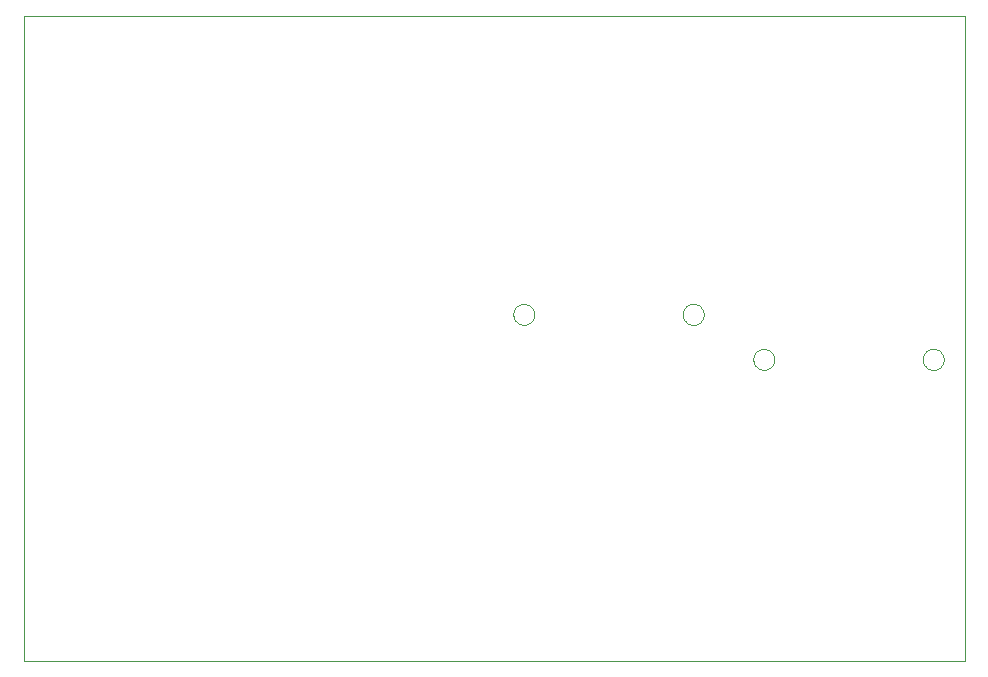
<source format=gko>
G75*
%MOIN*%
%OFA0B0*%
%FSLAX24Y24*%
%IPPOS*%
%LPD*%
%AMOC8*
5,1,8,0,0,1.08239X$1,22.5*
%
%ADD10C,0.0000*%
D10*
X000680Y000680D02*
X000680Y022176D01*
X032050Y022176D01*
X032050Y000680D01*
X000680Y000680D01*
X017005Y012230D02*
X017007Y012267D01*
X017013Y012304D01*
X017023Y012340D01*
X017036Y012375D01*
X017053Y012408D01*
X017074Y012439D01*
X017098Y012467D01*
X017125Y012493D01*
X017154Y012516D01*
X017185Y012536D01*
X017219Y012552D01*
X017254Y012565D01*
X017290Y012574D01*
X017327Y012579D01*
X017364Y012580D01*
X017401Y012577D01*
X017438Y012570D01*
X017474Y012559D01*
X017508Y012545D01*
X017541Y012527D01*
X017571Y012505D01*
X017599Y012481D01*
X017624Y012453D01*
X017647Y012423D01*
X017666Y012391D01*
X017681Y012357D01*
X017693Y012322D01*
X017701Y012286D01*
X017705Y012249D01*
X017705Y012211D01*
X017701Y012174D01*
X017693Y012138D01*
X017681Y012103D01*
X017666Y012069D01*
X017647Y012037D01*
X017624Y012007D01*
X017599Y011979D01*
X017571Y011955D01*
X017541Y011933D01*
X017508Y011915D01*
X017474Y011901D01*
X017438Y011890D01*
X017401Y011883D01*
X017364Y011880D01*
X017327Y011881D01*
X017290Y011886D01*
X017254Y011895D01*
X017219Y011908D01*
X017185Y011924D01*
X017154Y011944D01*
X017125Y011967D01*
X017098Y011993D01*
X017074Y012021D01*
X017053Y012052D01*
X017036Y012085D01*
X017023Y012120D01*
X017013Y012156D01*
X017007Y012193D01*
X017005Y012230D01*
X022655Y012230D02*
X022657Y012267D01*
X022663Y012304D01*
X022673Y012340D01*
X022686Y012375D01*
X022703Y012408D01*
X022724Y012439D01*
X022748Y012467D01*
X022775Y012493D01*
X022804Y012516D01*
X022835Y012536D01*
X022869Y012552D01*
X022904Y012565D01*
X022940Y012574D01*
X022977Y012579D01*
X023014Y012580D01*
X023051Y012577D01*
X023088Y012570D01*
X023124Y012559D01*
X023158Y012545D01*
X023191Y012527D01*
X023221Y012505D01*
X023249Y012481D01*
X023274Y012453D01*
X023297Y012423D01*
X023316Y012391D01*
X023331Y012357D01*
X023343Y012322D01*
X023351Y012286D01*
X023355Y012249D01*
X023355Y012211D01*
X023351Y012174D01*
X023343Y012138D01*
X023331Y012103D01*
X023316Y012069D01*
X023297Y012037D01*
X023274Y012007D01*
X023249Y011979D01*
X023221Y011955D01*
X023191Y011933D01*
X023158Y011915D01*
X023124Y011901D01*
X023088Y011890D01*
X023051Y011883D01*
X023014Y011880D01*
X022977Y011881D01*
X022940Y011886D01*
X022904Y011895D01*
X022869Y011908D01*
X022835Y011924D01*
X022804Y011944D01*
X022775Y011967D01*
X022748Y011993D01*
X022724Y012021D01*
X022703Y012052D01*
X022686Y012085D01*
X022673Y012120D01*
X022663Y012156D01*
X022657Y012193D01*
X022655Y012230D01*
X025005Y010730D02*
X025007Y010767D01*
X025013Y010804D01*
X025023Y010840D01*
X025036Y010875D01*
X025053Y010908D01*
X025074Y010939D01*
X025098Y010967D01*
X025125Y010993D01*
X025154Y011016D01*
X025185Y011036D01*
X025219Y011052D01*
X025254Y011065D01*
X025290Y011074D01*
X025327Y011079D01*
X025364Y011080D01*
X025401Y011077D01*
X025438Y011070D01*
X025474Y011059D01*
X025508Y011045D01*
X025541Y011027D01*
X025571Y011005D01*
X025599Y010981D01*
X025624Y010953D01*
X025647Y010923D01*
X025666Y010891D01*
X025681Y010857D01*
X025693Y010822D01*
X025701Y010786D01*
X025705Y010749D01*
X025705Y010711D01*
X025701Y010674D01*
X025693Y010638D01*
X025681Y010603D01*
X025666Y010569D01*
X025647Y010537D01*
X025624Y010507D01*
X025599Y010479D01*
X025571Y010455D01*
X025541Y010433D01*
X025508Y010415D01*
X025474Y010401D01*
X025438Y010390D01*
X025401Y010383D01*
X025364Y010380D01*
X025327Y010381D01*
X025290Y010386D01*
X025254Y010395D01*
X025219Y010408D01*
X025185Y010424D01*
X025154Y010444D01*
X025125Y010467D01*
X025098Y010493D01*
X025074Y010521D01*
X025053Y010552D01*
X025036Y010585D01*
X025023Y010620D01*
X025013Y010656D01*
X025007Y010693D01*
X025005Y010730D01*
X030655Y010730D02*
X030657Y010767D01*
X030663Y010804D01*
X030673Y010840D01*
X030686Y010875D01*
X030703Y010908D01*
X030724Y010939D01*
X030748Y010967D01*
X030775Y010993D01*
X030804Y011016D01*
X030835Y011036D01*
X030869Y011052D01*
X030904Y011065D01*
X030940Y011074D01*
X030977Y011079D01*
X031014Y011080D01*
X031051Y011077D01*
X031088Y011070D01*
X031124Y011059D01*
X031158Y011045D01*
X031191Y011027D01*
X031221Y011005D01*
X031249Y010981D01*
X031274Y010953D01*
X031297Y010923D01*
X031316Y010891D01*
X031331Y010857D01*
X031343Y010822D01*
X031351Y010786D01*
X031355Y010749D01*
X031355Y010711D01*
X031351Y010674D01*
X031343Y010638D01*
X031331Y010603D01*
X031316Y010569D01*
X031297Y010537D01*
X031274Y010507D01*
X031249Y010479D01*
X031221Y010455D01*
X031191Y010433D01*
X031158Y010415D01*
X031124Y010401D01*
X031088Y010390D01*
X031051Y010383D01*
X031014Y010380D01*
X030977Y010381D01*
X030940Y010386D01*
X030904Y010395D01*
X030869Y010408D01*
X030835Y010424D01*
X030804Y010444D01*
X030775Y010467D01*
X030748Y010493D01*
X030724Y010521D01*
X030703Y010552D01*
X030686Y010585D01*
X030673Y010620D01*
X030663Y010656D01*
X030657Y010693D01*
X030655Y010730D01*
M02*

</source>
